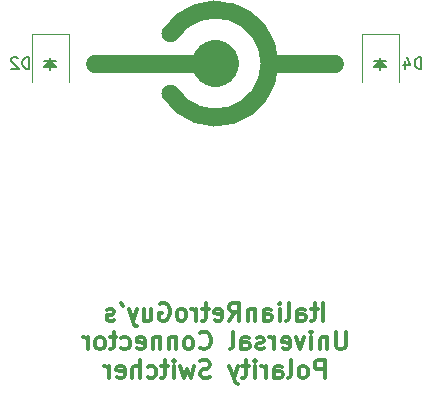
<source format=gbr>
%TF.GenerationSoftware,KiCad,Pcbnew,7.0.2*%
%TF.CreationDate,2023-05-27T17:02:01+02:00*%
%TF.ProjectId,benchpsu_barreljack_adapter,62656e63-6870-4737-955f-62617272656c,rev?*%
%TF.SameCoordinates,Original*%
%TF.FileFunction,Legend,Bot*%
%TF.FilePolarity,Positive*%
%FSLAX46Y46*%
G04 Gerber Fmt 4.6, Leading zero omitted, Abs format (unit mm)*
G04 Created by KiCad (PCBNEW 7.0.2) date 2023-05-27 17:02:01*
%MOMM*%
%LPD*%
G01*
G04 APERTURE LIST*
%ADD10C,0.150000*%
%ADD11C,4.000000*%
%ADD12C,1.500000*%
%ADD13C,0.300000*%
%ADD14C,0.120000*%
G04 APERTURE END LIST*
D10*
X138430000Y-91567000D02*
X138430000Y-92583000D01*
D11*
X152399526Y-92075000D02*
G75*
G03*
X152399526Y-92075000I-1J0D01*
G01*
D10*
X138938000Y-92329000D02*
X137922000Y-92329000D01*
X138430000Y-91821000D01*
X138938000Y-92329000D01*
G36*
X138938000Y-92329000D02*
G01*
X137922000Y-92329000D01*
X138430000Y-91821000D01*
X138938000Y-92329000D01*
G37*
X166878000Y-92329000D02*
X165862000Y-92329000D01*
X166370000Y-91821000D01*
X166878000Y-92329000D01*
G36*
X166878000Y-92329000D02*
G01*
X165862000Y-92329000D01*
X166370000Y-91821000D01*
X166878000Y-92329000D01*
G37*
X166878000Y-91821000D02*
X165862000Y-91821000D01*
D12*
X148590958Y-94615000D02*
G75*
G03*
X148590958Y-89535000I3808542J2540000D01*
G01*
X142239525Y-92075000D02*
X152399525Y-92075000D01*
D10*
X166370000Y-91567000D02*
X166370000Y-92583000D01*
D12*
X162560000Y-92075000D02*
X156977386Y-92075000D01*
D10*
X138938000Y-91821000D02*
X137922000Y-91821000D01*
D13*
X161542857Y-113833928D02*
X161542857Y-112333928D01*
X161042856Y-112833928D02*
X160471428Y-112833928D01*
X160828571Y-112333928D02*
X160828571Y-113619642D01*
X160828571Y-113619642D02*
X160757142Y-113762500D01*
X160757142Y-113762500D02*
X160614285Y-113833928D01*
X160614285Y-113833928D02*
X160471428Y-113833928D01*
X159328571Y-113833928D02*
X159328571Y-113048214D01*
X159328571Y-113048214D02*
X159399999Y-112905357D01*
X159399999Y-112905357D02*
X159542856Y-112833928D01*
X159542856Y-112833928D02*
X159828571Y-112833928D01*
X159828571Y-112833928D02*
X159971428Y-112905357D01*
X159328571Y-113762500D02*
X159471428Y-113833928D01*
X159471428Y-113833928D02*
X159828571Y-113833928D01*
X159828571Y-113833928D02*
X159971428Y-113762500D01*
X159971428Y-113762500D02*
X160042856Y-113619642D01*
X160042856Y-113619642D02*
X160042856Y-113476785D01*
X160042856Y-113476785D02*
X159971428Y-113333928D01*
X159971428Y-113333928D02*
X159828571Y-113262500D01*
X159828571Y-113262500D02*
X159471428Y-113262500D01*
X159471428Y-113262500D02*
X159328571Y-113191071D01*
X158399999Y-113833928D02*
X158542856Y-113762500D01*
X158542856Y-113762500D02*
X158614285Y-113619642D01*
X158614285Y-113619642D02*
X158614285Y-112333928D01*
X157828571Y-113833928D02*
X157828571Y-112833928D01*
X157828571Y-112333928D02*
X157899999Y-112405357D01*
X157899999Y-112405357D02*
X157828571Y-112476785D01*
X157828571Y-112476785D02*
X157757142Y-112405357D01*
X157757142Y-112405357D02*
X157828571Y-112333928D01*
X157828571Y-112333928D02*
X157828571Y-112476785D01*
X156471428Y-113833928D02*
X156471428Y-113048214D01*
X156471428Y-113048214D02*
X156542856Y-112905357D01*
X156542856Y-112905357D02*
X156685713Y-112833928D01*
X156685713Y-112833928D02*
X156971428Y-112833928D01*
X156971428Y-112833928D02*
X157114285Y-112905357D01*
X156471428Y-113762500D02*
X156614285Y-113833928D01*
X156614285Y-113833928D02*
X156971428Y-113833928D01*
X156971428Y-113833928D02*
X157114285Y-113762500D01*
X157114285Y-113762500D02*
X157185713Y-113619642D01*
X157185713Y-113619642D02*
X157185713Y-113476785D01*
X157185713Y-113476785D02*
X157114285Y-113333928D01*
X157114285Y-113333928D02*
X156971428Y-113262500D01*
X156971428Y-113262500D02*
X156614285Y-113262500D01*
X156614285Y-113262500D02*
X156471428Y-113191071D01*
X155757142Y-112833928D02*
X155757142Y-113833928D01*
X155757142Y-112976785D02*
X155685713Y-112905357D01*
X155685713Y-112905357D02*
X155542856Y-112833928D01*
X155542856Y-112833928D02*
X155328570Y-112833928D01*
X155328570Y-112833928D02*
X155185713Y-112905357D01*
X155185713Y-112905357D02*
X155114285Y-113048214D01*
X155114285Y-113048214D02*
X155114285Y-113833928D01*
X153542856Y-113833928D02*
X154042856Y-113119642D01*
X154399999Y-113833928D02*
X154399999Y-112333928D01*
X154399999Y-112333928D02*
X153828570Y-112333928D01*
X153828570Y-112333928D02*
X153685713Y-112405357D01*
X153685713Y-112405357D02*
X153614284Y-112476785D01*
X153614284Y-112476785D02*
X153542856Y-112619642D01*
X153542856Y-112619642D02*
X153542856Y-112833928D01*
X153542856Y-112833928D02*
X153614284Y-112976785D01*
X153614284Y-112976785D02*
X153685713Y-113048214D01*
X153685713Y-113048214D02*
X153828570Y-113119642D01*
X153828570Y-113119642D02*
X154399999Y-113119642D01*
X152328570Y-113762500D02*
X152471427Y-113833928D01*
X152471427Y-113833928D02*
X152757142Y-113833928D01*
X152757142Y-113833928D02*
X152899999Y-113762500D01*
X152899999Y-113762500D02*
X152971427Y-113619642D01*
X152971427Y-113619642D02*
X152971427Y-113048214D01*
X152971427Y-113048214D02*
X152899999Y-112905357D01*
X152899999Y-112905357D02*
X152757142Y-112833928D01*
X152757142Y-112833928D02*
X152471427Y-112833928D01*
X152471427Y-112833928D02*
X152328570Y-112905357D01*
X152328570Y-112905357D02*
X152257142Y-113048214D01*
X152257142Y-113048214D02*
X152257142Y-113191071D01*
X152257142Y-113191071D02*
X152971427Y-113333928D01*
X151828570Y-112833928D02*
X151257142Y-112833928D01*
X151614285Y-112333928D02*
X151614285Y-113619642D01*
X151614285Y-113619642D02*
X151542856Y-113762500D01*
X151542856Y-113762500D02*
X151399999Y-113833928D01*
X151399999Y-113833928D02*
X151257142Y-113833928D01*
X150757142Y-113833928D02*
X150757142Y-112833928D01*
X150757142Y-113119642D02*
X150685713Y-112976785D01*
X150685713Y-112976785D02*
X150614285Y-112905357D01*
X150614285Y-112905357D02*
X150471427Y-112833928D01*
X150471427Y-112833928D02*
X150328570Y-112833928D01*
X149614285Y-113833928D02*
X149757142Y-113762500D01*
X149757142Y-113762500D02*
X149828571Y-113691071D01*
X149828571Y-113691071D02*
X149899999Y-113548214D01*
X149899999Y-113548214D02*
X149899999Y-113119642D01*
X149899999Y-113119642D02*
X149828571Y-112976785D01*
X149828571Y-112976785D02*
X149757142Y-112905357D01*
X149757142Y-112905357D02*
X149614285Y-112833928D01*
X149614285Y-112833928D02*
X149399999Y-112833928D01*
X149399999Y-112833928D02*
X149257142Y-112905357D01*
X149257142Y-112905357D02*
X149185714Y-112976785D01*
X149185714Y-112976785D02*
X149114285Y-113119642D01*
X149114285Y-113119642D02*
X149114285Y-113548214D01*
X149114285Y-113548214D02*
X149185714Y-113691071D01*
X149185714Y-113691071D02*
X149257142Y-113762500D01*
X149257142Y-113762500D02*
X149399999Y-113833928D01*
X149399999Y-113833928D02*
X149614285Y-113833928D01*
X147685713Y-112405357D02*
X147828571Y-112333928D01*
X147828571Y-112333928D02*
X148042856Y-112333928D01*
X148042856Y-112333928D02*
X148257142Y-112405357D01*
X148257142Y-112405357D02*
X148399999Y-112548214D01*
X148399999Y-112548214D02*
X148471428Y-112691071D01*
X148471428Y-112691071D02*
X148542856Y-112976785D01*
X148542856Y-112976785D02*
X148542856Y-113191071D01*
X148542856Y-113191071D02*
X148471428Y-113476785D01*
X148471428Y-113476785D02*
X148399999Y-113619642D01*
X148399999Y-113619642D02*
X148257142Y-113762500D01*
X148257142Y-113762500D02*
X148042856Y-113833928D01*
X148042856Y-113833928D02*
X147899999Y-113833928D01*
X147899999Y-113833928D02*
X147685713Y-113762500D01*
X147685713Y-113762500D02*
X147614285Y-113691071D01*
X147614285Y-113691071D02*
X147614285Y-113191071D01*
X147614285Y-113191071D02*
X147899999Y-113191071D01*
X146328571Y-112833928D02*
X146328571Y-113833928D01*
X146971428Y-112833928D02*
X146971428Y-113619642D01*
X146971428Y-113619642D02*
X146899999Y-113762500D01*
X146899999Y-113762500D02*
X146757142Y-113833928D01*
X146757142Y-113833928D02*
X146542856Y-113833928D01*
X146542856Y-113833928D02*
X146399999Y-113762500D01*
X146399999Y-113762500D02*
X146328571Y-113691071D01*
X145757142Y-112833928D02*
X145399999Y-113833928D01*
X145042856Y-112833928D02*
X145399999Y-113833928D01*
X145399999Y-113833928D02*
X145542856Y-114191071D01*
X145542856Y-114191071D02*
X145614285Y-114262500D01*
X145614285Y-114262500D02*
X145757142Y-114333928D01*
X144399999Y-112333928D02*
X144542856Y-112619642D01*
X143828570Y-113762500D02*
X143685713Y-113833928D01*
X143685713Y-113833928D02*
X143399999Y-113833928D01*
X143399999Y-113833928D02*
X143257142Y-113762500D01*
X143257142Y-113762500D02*
X143185713Y-113619642D01*
X143185713Y-113619642D02*
X143185713Y-113548214D01*
X143185713Y-113548214D02*
X143257142Y-113405357D01*
X143257142Y-113405357D02*
X143399999Y-113333928D01*
X143399999Y-113333928D02*
X143614285Y-113333928D01*
X143614285Y-113333928D02*
X143757142Y-113262500D01*
X143757142Y-113262500D02*
X143828570Y-113119642D01*
X143828570Y-113119642D02*
X143828570Y-113048214D01*
X143828570Y-113048214D02*
X143757142Y-112905357D01*
X143757142Y-112905357D02*
X143614285Y-112833928D01*
X143614285Y-112833928D02*
X143399999Y-112833928D01*
X143399999Y-112833928D02*
X143257142Y-112905357D01*
X163435714Y-114763928D02*
X163435714Y-115978214D01*
X163435714Y-115978214D02*
X163364285Y-116121071D01*
X163364285Y-116121071D02*
X163292857Y-116192500D01*
X163292857Y-116192500D02*
X163149999Y-116263928D01*
X163149999Y-116263928D02*
X162864285Y-116263928D01*
X162864285Y-116263928D02*
X162721428Y-116192500D01*
X162721428Y-116192500D02*
X162649999Y-116121071D01*
X162649999Y-116121071D02*
X162578571Y-115978214D01*
X162578571Y-115978214D02*
X162578571Y-114763928D01*
X161864285Y-115263928D02*
X161864285Y-116263928D01*
X161864285Y-115406785D02*
X161792856Y-115335357D01*
X161792856Y-115335357D02*
X161649999Y-115263928D01*
X161649999Y-115263928D02*
X161435713Y-115263928D01*
X161435713Y-115263928D02*
X161292856Y-115335357D01*
X161292856Y-115335357D02*
X161221428Y-115478214D01*
X161221428Y-115478214D02*
X161221428Y-116263928D01*
X160507142Y-116263928D02*
X160507142Y-115263928D01*
X160507142Y-114763928D02*
X160578570Y-114835357D01*
X160578570Y-114835357D02*
X160507142Y-114906785D01*
X160507142Y-114906785D02*
X160435713Y-114835357D01*
X160435713Y-114835357D02*
X160507142Y-114763928D01*
X160507142Y-114763928D02*
X160507142Y-114906785D01*
X159935713Y-115263928D02*
X159578570Y-116263928D01*
X159578570Y-116263928D02*
X159221427Y-115263928D01*
X158078570Y-116192500D02*
X158221427Y-116263928D01*
X158221427Y-116263928D02*
X158507142Y-116263928D01*
X158507142Y-116263928D02*
X158649999Y-116192500D01*
X158649999Y-116192500D02*
X158721427Y-116049642D01*
X158721427Y-116049642D02*
X158721427Y-115478214D01*
X158721427Y-115478214D02*
X158649999Y-115335357D01*
X158649999Y-115335357D02*
X158507142Y-115263928D01*
X158507142Y-115263928D02*
X158221427Y-115263928D01*
X158221427Y-115263928D02*
X158078570Y-115335357D01*
X158078570Y-115335357D02*
X158007142Y-115478214D01*
X158007142Y-115478214D02*
X158007142Y-115621071D01*
X158007142Y-115621071D02*
X158721427Y-115763928D01*
X157364285Y-116263928D02*
X157364285Y-115263928D01*
X157364285Y-115549642D02*
X157292856Y-115406785D01*
X157292856Y-115406785D02*
X157221428Y-115335357D01*
X157221428Y-115335357D02*
X157078570Y-115263928D01*
X157078570Y-115263928D02*
X156935713Y-115263928D01*
X156507142Y-116192500D02*
X156364285Y-116263928D01*
X156364285Y-116263928D02*
X156078571Y-116263928D01*
X156078571Y-116263928D02*
X155935714Y-116192500D01*
X155935714Y-116192500D02*
X155864285Y-116049642D01*
X155864285Y-116049642D02*
X155864285Y-115978214D01*
X155864285Y-115978214D02*
X155935714Y-115835357D01*
X155935714Y-115835357D02*
X156078571Y-115763928D01*
X156078571Y-115763928D02*
X156292857Y-115763928D01*
X156292857Y-115763928D02*
X156435714Y-115692500D01*
X156435714Y-115692500D02*
X156507142Y-115549642D01*
X156507142Y-115549642D02*
X156507142Y-115478214D01*
X156507142Y-115478214D02*
X156435714Y-115335357D01*
X156435714Y-115335357D02*
X156292857Y-115263928D01*
X156292857Y-115263928D02*
X156078571Y-115263928D01*
X156078571Y-115263928D02*
X155935714Y-115335357D01*
X154578571Y-116263928D02*
X154578571Y-115478214D01*
X154578571Y-115478214D02*
X154649999Y-115335357D01*
X154649999Y-115335357D02*
X154792856Y-115263928D01*
X154792856Y-115263928D02*
X155078571Y-115263928D01*
X155078571Y-115263928D02*
X155221428Y-115335357D01*
X154578571Y-116192500D02*
X154721428Y-116263928D01*
X154721428Y-116263928D02*
X155078571Y-116263928D01*
X155078571Y-116263928D02*
X155221428Y-116192500D01*
X155221428Y-116192500D02*
X155292856Y-116049642D01*
X155292856Y-116049642D02*
X155292856Y-115906785D01*
X155292856Y-115906785D02*
X155221428Y-115763928D01*
X155221428Y-115763928D02*
X155078571Y-115692500D01*
X155078571Y-115692500D02*
X154721428Y-115692500D01*
X154721428Y-115692500D02*
X154578571Y-115621071D01*
X153649999Y-116263928D02*
X153792856Y-116192500D01*
X153792856Y-116192500D02*
X153864285Y-116049642D01*
X153864285Y-116049642D02*
X153864285Y-114763928D01*
X151078571Y-116121071D02*
X151149999Y-116192500D01*
X151149999Y-116192500D02*
X151364285Y-116263928D01*
X151364285Y-116263928D02*
X151507142Y-116263928D01*
X151507142Y-116263928D02*
X151721428Y-116192500D01*
X151721428Y-116192500D02*
X151864285Y-116049642D01*
X151864285Y-116049642D02*
X151935714Y-115906785D01*
X151935714Y-115906785D02*
X152007142Y-115621071D01*
X152007142Y-115621071D02*
X152007142Y-115406785D01*
X152007142Y-115406785D02*
X151935714Y-115121071D01*
X151935714Y-115121071D02*
X151864285Y-114978214D01*
X151864285Y-114978214D02*
X151721428Y-114835357D01*
X151721428Y-114835357D02*
X151507142Y-114763928D01*
X151507142Y-114763928D02*
X151364285Y-114763928D01*
X151364285Y-114763928D02*
X151149999Y-114835357D01*
X151149999Y-114835357D02*
X151078571Y-114906785D01*
X150221428Y-116263928D02*
X150364285Y-116192500D01*
X150364285Y-116192500D02*
X150435714Y-116121071D01*
X150435714Y-116121071D02*
X150507142Y-115978214D01*
X150507142Y-115978214D02*
X150507142Y-115549642D01*
X150507142Y-115549642D02*
X150435714Y-115406785D01*
X150435714Y-115406785D02*
X150364285Y-115335357D01*
X150364285Y-115335357D02*
X150221428Y-115263928D01*
X150221428Y-115263928D02*
X150007142Y-115263928D01*
X150007142Y-115263928D02*
X149864285Y-115335357D01*
X149864285Y-115335357D02*
X149792857Y-115406785D01*
X149792857Y-115406785D02*
X149721428Y-115549642D01*
X149721428Y-115549642D02*
X149721428Y-115978214D01*
X149721428Y-115978214D02*
X149792857Y-116121071D01*
X149792857Y-116121071D02*
X149864285Y-116192500D01*
X149864285Y-116192500D02*
X150007142Y-116263928D01*
X150007142Y-116263928D02*
X150221428Y-116263928D01*
X149078571Y-115263928D02*
X149078571Y-116263928D01*
X149078571Y-115406785D02*
X149007142Y-115335357D01*
X149007142Y-115335357D02*
X148864285Y-115263928D01*
X148864285Y-115263928D02*
X148649999Y-115263928D01*
X148649999Y-115263928D02*
X148507142Y-115335357D01*
X148507142Y-115335357D02*
X148435714Y-115478214D01*
X148435714Y-115478214D02*
X148435714Y-116263928D01*
X147721428Y-115263928D02*
X147721428Y-116263928D01*
X147721428Y-115406785D02*
X147649999Y-115335357D01*
X147649999Y-115335357D02*
X147507142Y-115263928D01*
X147507142Y-115263928D02*
X147292856Y-115263928D01*
X147292856Y-115263928D02*
X147149999Y-115335357D01*
X147149999Y-115335357D02*
X147078571Y-115478214D01*
X147078571Y-115478214D02*
X147078571Y-116263928D01*
X145792856Y-116192500D02*
X145935713Y-116263928D01*
X145935713Y-116263928D02*
X146221428Y-116263928D01*
X146221428Y-116263928D02*
X146364285Y-116192500D01*
X146364285Y-116192500D02*
X146435713Y-116049642D01*
X146435713Y-116049642D02*
X146435713Y-115478214D01*
X146435713Y-115478214D02*
X146364285Y-115335357D01*
X146364285Y-115335357D02*
X146221428Y-115263928D01*
X146221428Y-115263928D02*
X145935713Y-115263928D01*
X145935713Y-115263928D02*
X145792856Y-115335357D01*
X145792856Y-115335357D02*
X145721428Y-115478214D01*
X145721428Y-115478214D02*
X145721428Y-115621071D01*
X145721428Y-115621071D02*
X146435713Y-115763928D01*
X144435714Y-116192500D02*
X144578571Y-116263928D01*
X144578571Y-116263928D02*
X144864285Y-116263928D01*
X144864285Y-116263928D02*
X145007142Y-116192500D01*
X145007142Y-116192500D02*
X145078571Y-116121071D01*
X145078571Y-116121071D02*
X145149999Y-115978214D01*
X145149999Y-115978214D02*
X145149999Y-115549642D01*
X145149999Y-115549642D02*
X145078571Y-115406785D01*
X145078571Y-115406785D02*
X145007142Y-115335357D01*
X145007142Y-115335357D02*
X144864285Y-115263928D01*
X144864285Y-115263928D02*
X144578571Y-115263928D01*
X144578571Y-115263928D02*
X144435714Y-115335357D01*
X144007142Y-115263928D02*
X143435714Y-115263928D01*
X143792857Y-114763928D02*
X143792857Y-116049642D01*
X143792857Y-116049642D02*
X143721428Y-116192500D01*
X143721428Y-116192500D02*
X143578571Y-116263928D01*
X143578571Y-116263928D02*
X143435714Y-116263928D01*
X142721428Y-116263928D02*
X142864285Y-116192500D01*
X142864285Y-116192500D02*
X142935714Y-116121071D01*
X142935714Y-116121071D02*
X143007142Y-115978214D01*
X143007142Y-115978214D02*
X143007142Y-115549642D01*
X143007142Y-115549642D02*
X142935714Y-115406785D01*
X142935714Y-115406785D02*
X142864285Y-115335357D01*
X142864285Y-115335357D02*
X142721428Y-115263928D01*
X142721428Y-115263928D02*
X142507142Y-115263928D01*
X142507142Y-115263928D02*
X142364285Y-115335357D01*
X142364285Y-115335357D02*
X142292857Y-115406785D01*
X142292857Y-115406785D02*
X142221428Y-115549642D01*
X142221428Y-115549642D02*
X142221428Y-115978214D01*
X142221428Y-115978214D02*
X142292857Y-116121071D01*
X142292857Y-116121071D02*
X142364285Y-116192500D01*
X142364285Y-116192500D02*
X142507142Y-116263928D01*
X142507142Y-116263928D02*
X142721428Y-116263928D01*
X141578571Y-116263928D02*
X141578571Y-115263928D01*
X141578571Y-115549642D02*
X141507142Y-115406785D01*
X141507142Y-115406785D02*
X141435714Y-115335357D01*
X141435714Y-115335357D02*
X141292856Y-115263928D01*
X141292856Y-115263928D02*
X141149999Y-115263928D01*
X161649999Y-118693928D02*
X161649999Y-117193928D01*
X161649999Y-117193928D02*
X161078570Y-117193928D01*
X161078570Y-117193928D02*
X160935713Y-117265357D01*
X160935713Y-117265357D02*
X160864284Y-117336785D01*
X160864284Y-117336785D02*
X160792856Y-117479642D01*
X160792856Y-117479642D02*
X160792856Y-117693928D01*
X160792856Y-117693928D02*
X160864284Y-117836785D01*
X160864284Y-117836785D02*
X160935713Y-117908214D01*
X160935713Y-117908214D02*
X161078570Y-117979642D01*
X161078570Y-117979642D02*
X161649999Y-117979642D01*
X159935713Y-118693928D02*
X160078570Y-118622500D01*
X160078570Y-118622500D02*
X160149999Y-118551071D01*
X160149999Y-118551071D02*
X160221427Y-118408214D01*
X160221427Y-118408214D02*
X160221427Y-117979642D01*
X160221427Y-117979642D02*
X160149999Y-117836785D01*
X160149999Y-117836785D02*
X160078570Y-117765357D01*
X160078570Y-117765357D02*
X159935713Y-117693928D01*
X159935713Y-117693928D02*
X159721427Y-117693928D01*
X159721427Y-117693928D02*
X159578570Y-117765357D01*
X159578570Y-117765357D02*
X159507142Y-117836785D01*
X159507142Y-117836785D02*
X159435713Y-117979642D01*
X159435713Y-117979642D02*
X159435713Y-118408214D01*
X159435713Y-118408214D02*
X159507142Y-118551071D01*
X159507142Y-118551071D02*
X159578570Y-118622500D01*
X159578570Y-118622500D02*
X159721427Y-118693928D01*
X159721427Y-118693928D02*
X159935713Y-118693928D01*
X158578570Y-118693928D02*
X158721427Y-118622500D01*
X158721427Y-118622500D02*
X158792856Y-118479642D01*
X158792856Y-118479642D02*
X158792856Y-117193928D01*
X157364285Y-118693928D02*
X157364285Y-117908214D01*
X157364285Y-117908214D02*
X157435713Y-117765357D01*
X157435713Y-117765357D02*
X157578570Y-117693928D01*
X157578570Y-117693928D02*
X157864285Y-117693928D01*
X157864285Y-117693928D02*
X158007142Y-117765357D01*
X157364285Y-118622500D02*
X157507142Y-118693928D01*
X157507142Y-118693928D02*
X157864285Y-118693928D01*
X157864285Y-118693928D02*
X158007142Y-118622500D01*
X158007142Y-118622500D02*
X158078570Y-118479642D01*
X158078570Y-118479642D02*
X158078570Y-118336785D01*
X158078570Y-118336785D02*
X158007142Y-118193928D01*
X158007142Y-118193928D02*
X157864285Y-118122500D01*
X157864285Y-118122500D02*
X157507142Y-118122500D01*
X157507142Y-118122500D02*
X157364285Y-118051071D01*
X156649999Y-118693928D02*
X156649999Y-117693928D01*
X156649999Y-117979642D02*
X156578570Y-117836785D01*
X156578570Y-117836785D02*
X156507142Y-117765357D01*
X156507142Y-117765357D02*
X156364284Y-117693928D01*
X156364284Y-117693928D02*
X156221427Y-117693928D01*
X155721428Y-118693928D02*
X155721428Y-117693928D01*
X155721428Y-117193928D02*
X155792856Y-117265357D01*
X155792856Y-117265357D02*
X155721428Y-117336785D01*
X155721428Y-117336785D02*
X155649999Y-117265357D01*
X155649999Y-117265357D02*
X155721428Y-117193928D01*
X155721428Y-117193928D02*
X155721428Y-117336785D01*
X155221427Y-117693928D02*
X154649999Y-117693928D01*
X155007142Y-117193928D02*
X155007142Y-118479642D01*
X155007142Y-118479642D02*
X154935713Y-118622500D01*
X154935713Y-118622500D02*
X154792856Y-118693928D01*
X154792856Y-118693928D02*
X154649999Y-118693928D01*
X154292856Y-117693928D02*
X153935713Y-118693928D01*
X153578570Y-117693928D02*
X153935713Y-118693928D01*
X153935713Y-118693928D02*
X154078570Y-119051071D01*
X154078570Y-119051071D02*
X154149999Y-119122500D01*
X154149999Y-119122500D02*
X154292856Y-119193928D01*
X151935713Y-118622500D02*
X151721428Y-118693928D01*
X151721428Y-118693928D02*
X151364285Y-118693928D01*
X151364285Y-118693928D02*
X151221428Y-118622500D01*
X151221428Y-118622500D02*
X151149999Y-118551071D01*
X151149999Y-118551071D02*
X151078570Y-118408214D01*
X151078570Y-118408214D02*
X151078570Y-118265357D01*
X151078570Y-118265357D02*
X151149999Y-118122500D01*
X151149999Y-118122500D02*
X151221428Y-118051071D01*
X151221428Y-118051071D02*
X151364285Y-117979642D01*
X151364285Y-117979642D02*
X151649999Y-117908214D01*
X151649999Y-117908214D02*
X151792856Y-117836785D01*
X151792856Y-117836785D02*
X151864285Y-117765357D01*
X151864285Y-117765357D02*
X151935713Y-117622500D01*
X151935713Y-117622500D02*
X151935713Y-117479642D01*
X151935713Y-117479642D02*
X151864285Y-117336785D01*
X151864285Y-117336785D02*
X151792856Y-117265357D01*
X151792856Y-117265357D02*
X151649999Y-117193928D01*
X151649999Y-117193928D02*
X151292856Y-117193928D01*
X151292856Y-117193928D02*
X151078570Y-117265357D01*
X150578571Y-117693928D02*
X150292857Y-118693928D01*
X150292857Y-118693928D02*
X150007142Y-117979642D01*
X150007142Y-117979642D02*
X149721428Y-118693928D01*
X149721428Y-118693928D02*
X149435714Y-117693928D01*
X148864285Y-118693928D02*
X148864285Y-117693928D01*
X148864285Y-117193928D02*
X148935713Y-117265357D01*
X148935713Y-117265357D02*
X148864285Y-117336785D01*
X148864285Y-117336785D02*
X148792856Y-117265357D01*
X148792856Y-117265357D02*
X148864285Y-117193928D01*
X148864285Y-117193928D02*
X148864285Y-117336785D01*
X148364284Y-117693928D02*
X147792856Y-117693928D01*
X148149999Y-117193928D02*
X148149999Y-118479642D01*
X148149999Y-118479642D02*
X148078570Y-118622500D01*
X148078570Y-118622500D02*
X147935713Y-118693928D01*
X147935713Y-118693928D02*
X147792856Y-118693928D01*
X146649999Y-118622500D02*
X146792856Y-118693928D01*
X146792856Y-118693928D02*
X147078570Y-118693928D01*
X147078570Y-118693928D02*
X147221427Y-118622500D01*
X147221427Y-118622500D02*
X147292856Y-118551071D01*
X147292856Y-118551071D02*
X147364284Y-118408214D01*
X147364284Y-118408214D02*
X147364284Y-117979642D01*
X147364284Y-117979642D02*
X147292856Y-117836785D01*
X147292856Y-117836785D02*
X147221427Y-117765357D01*
X147221427Y-117765357D02*
X147078570Y-117693928D01*
X147078570Y-117693928D02*
X146792856Y-117693928D01*
X146792856Y-117693928D02*
X146649999Y-117765357D01*
X146007142Y-118693928D02*
X146007142Y-117193928D01*
X145364285Y-118693928D02*
X145364285Y-117908214D01*
X145364285Y-117908214D02*
X145435713Y-117765357D01*
X145435713Y-117765357D02*
X145578570Y-117693928D01*
X145578570Y-117693928D02*
X145792856Y-117693928D01*
X145792856Y-117693928D02*
X145935713Y-117765357D01*
X145935713Y-117765357D02*
X146007142Y-117836785D01*
X144078570Y-118622500D02*
X144221427Y-118693928D01*
X144221427Y-118693928D02*
X144507142Y-118693928D01*
X144507142Y-118693928D02*
X144649999Y-118622500D01*
X144649999Y-118622500D02*
X144721427Y-118479642D01*
X144721427Y-118479642D02*
X144721427Y-117908214D01*
X144721427Y-117908214D02*
X144649999Y-117765357D01*
X144649999Y-117765357D02*
X144507142Y-117693928D01*
X144507142Y-117693928D02*
X144221427Y-117693928D01*
X144221427Y-117693928D02*
X144078570Y-117765357D01*
X144078570Y-117765357D02*
X144007142Y-117908214D01*
X144007142Y-117908214D02*
X144007142Y-118051071D01*
X144007142Y-118051071D02*
X144721427Y-118193928D01*
X143364285Y-118693928D02*
X143364285Y-117693928D01*
X143364285Y-117979642D02*
X143292856Y-117836785D01*
X143292856Y-117836785D02*
X143221428Y-117765357D01*
X143221428Y-117765357D02*
X143078570Y-117693928D01*
X143078570Y-117693928D02*
X142935713Y-117693928D01*
D10*
%TO.C,D2*%
X136628094Y-92537619D02*
X136628094Y-91537619D01*
X136628094Y-91537619D02*
X136389999Y-91537619D01*
X136389999Y-91537619D02*
X136247142Y-91585238D01*
X136247142Y-91585238D02*
X136151904Y-91680476D01*
X136151904Y-91680476D02*
X136104285Y-91775714D01*
X136104285Y-91775714D02*
X136056666Y-91966190D01*
X136056666Y-91966190D02*
X136056666Y-92109047D01*
X136056666Y-92109047D02*
X136104285Y-92299523D01*
X136104285Y-92299523D02*
X136151904Y-92394761D01*
X136151904Y-92394761D02*
X136247142Y-92490000D01*
X136247142Y-92490000D02*
X136389999Y-92537619D01*
X136389999Y-92537619D02*
X136628094Y-92537619D01*
X135675713Y-91632857D02*
X135628094Y-91585238D01*
X135628094Y-91585238D02*
X135532856Y-91537619D01*
X135532856Y-91537619D02*
X135294761Y-91537619D01*
X135294761Y-91537619D02*
X135199523Y-91585238D01*
X135199523Y-91585238D02*
X135151904Y-91632857D01*
X135151904Y-91632857D02*
X135104285Y-91728095D01*
X135104285Y-91728095D02*
X135104285Y-91823333D01*
X135104285Y-91823333D02*
X135151904Y-91966190D01*
X135151904Y-91966190D02*
X135723332Y-92537619D01*
X135723332Y-92537619D02*
X135104285Y-92537619D01*
%TO.C,D4*%
X169838094Y-92537619D02*
X169838094Y-91537619D01*
X169838094Y-91537619D02*
X169599999Y-91537619D01*
X169599999Y-91537619D02*
X169457142Y-91585238D01*
X169457142Y-91585238D02*
X169361904Y-91680476D01*
X169361904Y-91680476D02*
X169314285Y-91775714D01*
X169314285Y-91775714D02*
X169266666Y-91966190D01*
X169266666Y-91966190D02*
X169266666Y-92109047D01*
X169266666Y-92109047D02*
X169314285Y-92299523D01*
X169314285Y-92299523D02*
X169361904Y-92394761D01*
X169361904Y-92394761D02*
X169457142Y-92490000D01*
X169457142Y-92490000D02*
X169599999Y-92537619D01*
X169599999Y-92537619D02*
X169838094Y-92537619D01*
X168409523Y-91870952D02*
X168409523Y-92537619D01*
X168647618Y-91490000D02*
X168885713Y-92204285D01*
X168885713Y-92204285D02*
X168266666Y-92204285D01*
D14*
%TO.C,D2*%
X140015000Y-89615000D02*
X140015000Y-93675000D01*
X136845000Y-89615000D02*
X140015000Y-89615000D01*
X136845000Y-93675000D02*
X136845000Y-89615000D01*
%TO.C,D4*%
X167955000Y-89615000D02*
X167955000Y-93675000D01*
X164785000Y-89615000D02*
X167955000Y-89615000D01*
X164785000Y-93675000D02*
X164785000Y-89615000D01*
%TD*%
M02*

</source>
